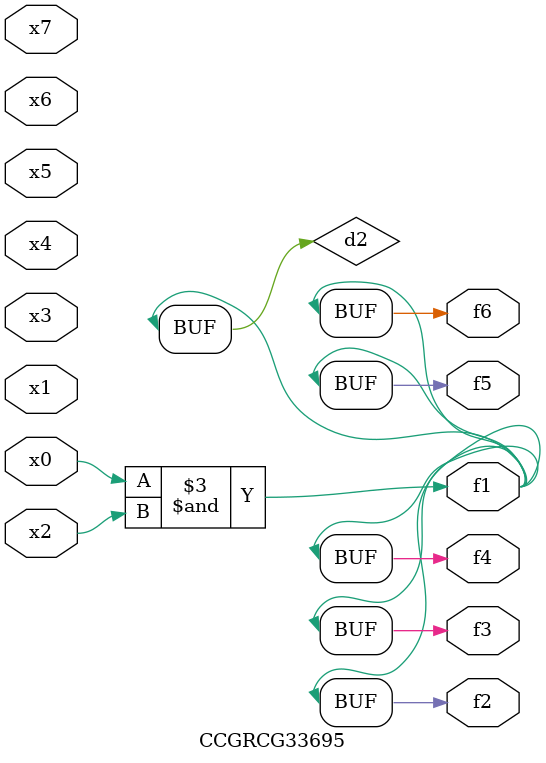
<source format=v>
module CCGRCG33695(
	input x0, x1, x2, x3, x4, x5, x6, x7,
	output f1, f2, f3, f4, f5, f6
);

	wire d1, d2;

	nor (d1, x3, x6);
	and (d2, x0, x2);
	assign f1 = d2;
	assign f2 = d2;
	assign f3 = d2;
	assign f4 = d2;
	assign f5 = d2;
	assign f6 = d2;
endmodule

</source>
